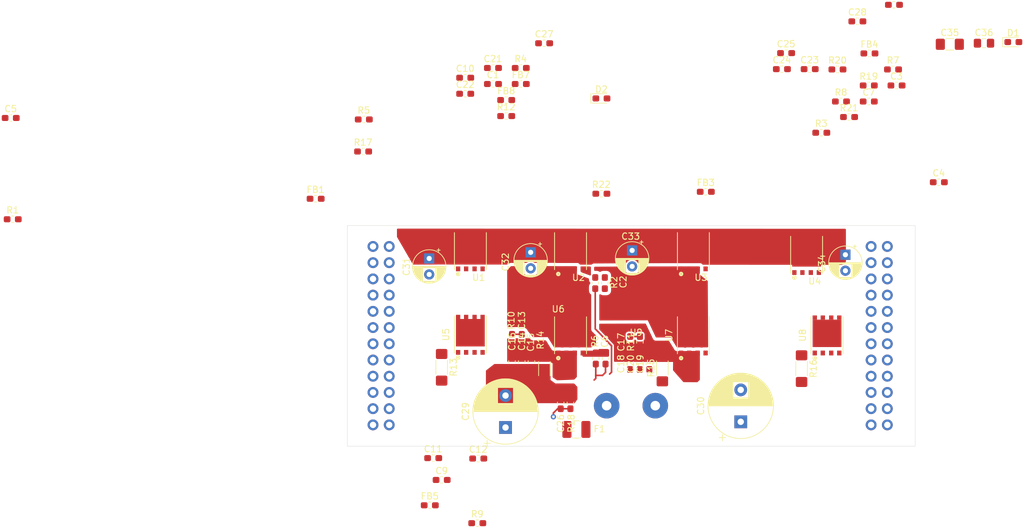
<source format=kicad_pcb>
(kicad_pcb (version 20171130) (host pcbnew "(5.1.5)-3")
  (layers (0 F.Cu signal) (1 In1.Cu signal) (2 In2.Cu signal) (31 B.Cu signal) (34 B.Paste user) (35 F.Paste user) (36 B.SilkS user) (37 F.SilkS user hide) (38 B.Mask user) (39 F.Mask user) (44 Edge.Cuts user))
  (net 0 "")
  (net 1 "Net-(C1-Pad2)")
  (net 2 "Net-(C1-Pad1)")
  (net 3 "Net-(C2-Pad1)")
  (net 4 "Net-(C3-Pad2)")
  (net 5 "Net-(C3-Pad1)")
  (net 6 /AISENN)
  (net 7 GND)
  (net 8 "Net-(C8-Pad2)")
  (net 9 "Net-(C8-Pad1)")
  (net 10 "Net-(C9-Pad2)")
  (net 11 "Net-(C10-Pad2)")
  (net 12 /BISENN)
  (net 13 /VDRAIN)
  (net 14 "Net-(C17-Pad2)")
  (net 15 "Net-(C17-Pad1)")
  (net 16 /CISENN)
  (net 17 /DISENN)
  (net 18 "Net-(D1-Pad2)")
  (net 19 "Net-(D2-Pad2)")
  (net 20 VCC)
  (net 21 /AHG)
  (net 22 /ALG)
  (net 23 /BHG)
  (net 24 /BLG)
  (net 25 /CHG)
  (net 26 /CLG)
  (net 27 /DHG)
  (net 28 /DLG)
  (net 29 /A)
  (net 30 /B)
  (net 31 /C)
  (net 32 /D)
  (net 33 "Net-(U9-Pad5)")
  (net 34 "Net-(U9-Pad6)")
  (net 35 "Net-(U9-Pad7)")
  (net 36 "Net-(C4-Pad2)")
  (net 37 "Net-(C4-Pad1)")
  (net 38 "Net-(C5-Pad2)")
  (net 39 "Net-(C5-Pad1)")
  (net 40 "Net-(C6-Pad1)")
  (net 41 "Net-(C7-Pad2)")
  (net 42 "Net-(C7-Pad1)")
  (net 43 "Net-(C13-Pad2)")
  (net 44 "Net-(C13-Pad1)")
  (net 45 "Net-(C21-Pad2)")
  (net 46 "Net-(C21-Pad1)")
  (net 47 "Net-(C25-Pad2)")
  (net 48 "Net-(U9-Pad37)")
  (net 49 "Net-(U9-Pad39)")
  (net 50 "Net-(U9-Pad41)")
  (net 51 "Net-(U9-Pad36)")
  (net 52 "Net-(U9-Pad47)")
  (net 53 "Net-(U9-Pad43)")
  (net 54 "Net-(U9-Pad33)")
  (net 55 "Net-(U9-Pad48)")
  (net 56 "Net-(U9-Pad46)")
  (net 57 "Net-(U9-Pad26)")
  (net 58 "Net-(U9-Pad40)")
  (net 59 "Net-(U9-Pad32)")
  (net 60 "Net-(U9-Pad31)")
  (net 61 "Net-(U9-Pad29)")
  (net 62 "Net-(U9-Pad27)")
  (net 63 "Net-(U9-Pad25)")
  (net 64 "Net-(U9-Pad35)")
  (net 65 "Net-(U9-Pad45)")
  (net 66 "Net-(U9-Pad42)")
  (net 67 "Net-(U9-Pad30)")
  (net 68 "Net-(U9-Pad38)")
  (net 69 "Net-(U9-Pad34)")
  (net 70 "Net-(U9-Pad28)")
  (net 71 "Net-(U9-Pad44)")
  (net 72 "Net-(U9-Pad24)")
  (net 73 "Net-(U9-Pad23)")
  (net 74 "Net-(U9-Pad22)")
  (net 75 "Net-(U9-Pad21)")
  (net 76 "Net-(U9-Pad20)")
  (net 77 "Net-(U9-Pad19)")
  (net 78 "Net-(U9-Pad18)")
  (net 79 "Net-(U9-Pad17)")
  (net 80 "Net-(U9-Pad16)")
  (net 81 "Net-(U9-Pad15)")
  (net 82 "Net-(U9-Pad14)")
  (net 83 "Net-(U9-Pad13)")
  (net 84 "Net-(U9-Pad12)")
  (net 85 "Net-(U9-Pad11)")
  (net 86 "Net-(U9-Pad10)")
  (net 87 "Net-(U9-Pad9)")
  (net 88 "Net-(U9-Pad8)")
  (net 89 "Net-(U9-Pad4)")
  (net 90 "Net-(U9-Pad3)")
  (net 91 "Net-(U9-Pad2)")
  (net 92 "Net-(U9-Pad1)")
  (net 93 "Net-(D2-Pad1)")
  (module sDrive_Carriers:PowerStage_Carrier_L (layer F.Cu) (at 217 79.769)
    (fp_text reference U9 (at -1.1 -0.013) (layer F.SilkS))
    (fp_text value PowerStage_L)
    (pad 50 thru_hole circle (at 1.905 11.43) (size 4 4) (drill 1.5) (layers *.Cu *.Mask) (net 7 GND))
    (pad 49 thru_hole circle (at -5.715 11.43) (size 4 4) (drill 1.5) (layers *.Cu *.Mask) (net 20 VCC))
    (pad 37 thru_hole circle (at 35.7 1.74) (size 1.7 1.7) (drill 1) (layers *.Cu *.Mask) (net 48 "Net-(U9-Pad37)"))
    (pad 39 thru_hole circle (at 35.7 4.28) (size 1.7 1.7) (drill 1) (layers *.Cu *.Mask) (net 49 "Net-(U9-Pad39)"))
    (pad 41 thru_hole circle (at 35.7 6.82) (size 1.7 1.7) (drill 1) (layers *.Cu *.Mask) (net 50 "Net-(U9-Pad41)"))
    (pad 36 thru_hole circle (at 38.24 -0.8) (size 1.7 1.7) (drill 1) (layers *.Cu *.Mask) (net 51 "Net-(U9-Pad36)"))
    (pad 47 thru_hole circle (at 35.7 14.44) (size 1.7 1.7) (drill 1) (layers *.Cu *.Mask) (net 52 "Net-(U9-Pad47)"))
    (pad 43 thru_hole circle (at 35.7 9.36) (size 1.7 1.7) (drill 1) (layers *.Cu *.Mask) (net 53 "Net-(U9-Pad43)"))
    (pad 33 thru_hole circle (at 35.7 -3.34) (size 1.7 1.7) (drill 1) (layers *.Cu *.Mask) (net 54 "Net-(U9-Pad33)"))
    (pad 48 thru_hole circle (at 38.24 14.44) (size 1.7 1.7) (drill 1) (layers *.Cu *.Mask) (net 55 "Net-(U9-Pad48)"))
    (pad 46 thru_hole circle (at 38.24 11.9) (size 1.7 1.7) (drill 1) (layers *.Cu *.Mask) (net 56 "Net-(U9-Pad46)"))
    (pad 26 thru_hole circle (at 38.24 -13.5) (size 1.7 1.7) (drill 1) (layers *.Cu *.Mask) (net 57 "Net-(U9-Pad26)"))
    (pad 40 thru_hole circle (at 38.24 4.28) (size 1.7 1.7) (drill 1) (layers *.Cu *.Mask) (net 58 "Net-(U9-Pad40)"))
    (pad 32 thru_hole circle (at 38.24 -5.88) (size 1.7 1.7) (drill 1) (layers *.Cu *.Mask) (net 59 "Net-(U9-Pad32)"))
    (pad 31 thru_hole circle (at 35.7 -5.88) (size 1.7 1.7) (drill 1) (layers *.Cu *.Mask) (net 60 "Net-(U9-Pad31)"))
    (pad 29 thru_hole circle (at 35.7 -8.42) (size 1.7 1.7) (drill 1) (layers *.Cu *.Mask) (net 61 "Net-(U9-Pad29)"))
    (pad 27 thru_hole circle (at 35.7 -10.96) (size 1.7 1.7) (drill 1) (layers *.Cu *.Mask) (net 62 "Net-(U9-Pad27)"))
    (pad 25 thru_hole circle (at 35.7 -13.5) (size 1.7 1.7) (drill 1) (layers *.Cu *.Mask) (net 63 "Net-(U9-Pad25)"))
    (pad 35 thru_hole circle (at 35.7 -0.8) (size 1.7 1.7) (drill 1) (layers *.Cu *.Mask) (net 64 "Net-(U9-Pad35)"))
    (pad 45 thru_hole circle (at 35.7 11.9) (size 1.7 1.7) (drill 1) (layers *.Cu *.Mask) (net 65 "Net-(U9-Pad45)"))
    (pad 42 thru_hole circle (at 38.24 6.82) (size 1.7 1.7) (drill 1) (layers *.Cu *.Mask) (net 66 "Net-(U9-Pad42)"))
    (pad 30 thru_hole circle (at 38.24 -8.42) (size 1.7 1.7) (drill 1) (layers *.Cu *.Mask) (net 67 "Net-(U9-Pad30)"))
    (pad 38 thru_hole circle (at 38.24 1.74) (size 1.7 1.7) (drill 1) (layers *.Cu *.Mask) (net 68 "Net-(U9-Pad38)"))
    (pad 34 thru_hole circle (at 38.24 -3.34) (size 1.7 1.7) (drill 1) (layers *.Cu *.Mask) (net 69 "Net-(U9-Pad34)"))
    (pad 28 thru_hole circle (at 38.24 -10.96) (size 1.7 1.7) (drill 1) (layers *.Cu *.Mask) (net 70 "Net-(U9-Pad28)"))
    (pad 44 thru_hole circle (at 38.24 9.36) (size 1.7 1.7) (drill 1) (layers *.Cu *.Mask) (net 71 "Net-(U9-Pad44)"))
    (pad 24 thru_hole circle (at -39.76 14.44) (size 1.7 1.7) (drill 1) (layers *.Cu *.Mask) (net 72 "Net-(U9-Pad24)"))
    (pad 23 thru_hole circle (at -42.3 14.44) (size 1.7 1.7) (drill 1) (layers *.Cu *.Mask) (net 73 "Net-(U9-Pad23)"))
    (pad 22 thru_hole circle (at -39.76 11.9) (size 1.7 1.7) (drill 1) (layers *.Cu *.Mask) (net 74 "Net-(U9-Pad22)"))
    (pad 21 thru_hole circle (at -42.3 11.9) (size 1.7 1.7) (drill 1) (layers *.Cu *.Mask) (net 75 "Net-(U9-Pad21)"))
    (pad 20 thru_hole circle (at -39.76 9.36) (size 1.7 1.7) (drill 1) (layers *.Cu *.Mask) (net 76 "Net-(U9-Pad20)"))
    (pad 19 thru_hole circle (at -42.3 9.36) (size 1.7 1.7) (drill 1) (layers *.Cu *.Mask) (net 77 "Net-(U9-Pad19)"))
    (pad 18 thru_hole circle (at -39.76 6.82) (size 1.7 1.7) (drill 1) (layers *.Cu *.Mask) (net 78 "Net-(U9-Pad18)"))
    (pad 17 thru_hole circle (at -42.3 6.82) (size 1.7 1.7) (drill 1) (layers *.Cu *.Mask) (net 79 "Net-(U9-Pad17)"))
    (pad 16 thru_hole circle (at -39.76 4.28) (size 1.7 1.7) (drill 1) (layers *.Cu *.Mask) (net 80 "Net-(U9-Pad16)"))
    (pad 15 thru_hole circle (at -42.3 4.28) (size 1.7 1.7) (drill 1) (layers *.Cu *.Mask) (net 81 "Net-(U9-Pad15)"))
    (pad 14 thru_hole circle (at -39.76 1.74) (size 1.7 1.7) (drill 1) (layers *.Cu *.Mask) (net 82 "Net-(U9-Pad14)"))
    (pad 13 thru_hole circle (at -42.3 1.74) (size 1.7 1.7) (drill 1) (layers *.Cu *.Mask) (net 83 "Net-(U9-Pad13)"))
    (pad 12 thru_hole circle (at -39.76 -0.8) (size 1.7 1.7) (drill 1) (layers *.Cu *.Mask) (net 84 "Net-(U9-Pad12)"))
    (pad 11 thru_hole circle (at -42.3 -0.8) (size 1.7 1.7) (drill 1) (layers *.Cu *.Mask) (net 85 "Net-(U9-Pad11)"))
    (pad 10 thru_hole circle (at -39.76 -3.34) (size 1.7 1.7) (drill 1) (layers *.Cu *.Mask) (net 86 "Net-(U9-Pad10)"))
    (pad 9 thru_hole circle (at -42.3 -3.34) (size 1.7 1.7) (drill 1) (layers *.Cu *.Mask) (net 87 "Net-(U9-Pad9)"))
    (pad 8 thru_hole circle (at -39.76 -5.88) (size 1.7 1.7) (drill 1) (layers *.Cu *.Mask) (net 88 "Net-(U9-Pad8)"))
    (pad 7 thru_hole circle (at -42.3 -5.88) (size 1.7 1.7) (drill 1) (layers *.Cu *.Mask) (net 35 "Net-(U9-Pad7)"))
    (pad 6 thru_hole circle (at -39.76 -8.42) (size 1.7 1.7) (drill 1) (layers *.Cu *.Mask) (net 34 "Net-(U9-Pad6)"))
    (pad 5 thru_hole circle (at -42.3 -8.42) (size 1.7 1.7) (drill 1) (layers *.Cu *.Mask) (net 33 "Net-(U9-Pad5)"))
    (pad 4 thru_hole circle (at -39.76 -10.96) (size 1.7 1.7) (drill 1) (layers *.Cu *.Mask) (net 89 "Net-(U9-Pad4)"))
    (pad 3 thru_hole circle (at -42.3 -10.96) (size 1.7 1.7) (drill 1) (layers *.Cu *.Mask) (net 90 "Net-(U9-Pad3)"))
    (pad 2 thru_hole circle (at -39.76 -13.5) (size 1.7 1.7) (drill 1) (layers *.Cu *.Mask) (net 91 "Net-(U9-Pad2)"))
    (pad 1 thru_hole circle (at -42.3 -13.5) (size 1.7 1.7) (drill 1) (layers *.Cu *.Mask) (net 92 "Net-(U9-Pad1)"))
  )
  (module Capacitor_THT:CP_Radial_D5.0mm_P2.50mm (layer F.Cu) (at 248.675 67.565 270)
    (fp_text reference C34 (at 1.397 3.683 90) (layer F.SilkS))
    (fp_text value CP)
    (pad 2 thru_hole circle (at 2.5 0 270) (size 1.6 1.6) (drill 0.8) (layers *.Cu *.Mask) (net 7 GND))
    (pad 1 thru_hole rect (at 0 0 270) (size 1.6 1.6) (drill 0.8) (layers *.Cu *.Mask) (net 13 /VDRAIN))
  )
  (module Custom_Mosfet:MOSFET_CSD19531Q5A (layer F.Cu) (at 245.795 80.17625 90)
    (fp_text reference U8 (at 0.00001 -3.81563 90) (layer F.SilkS) (effects (font (size 1.00148 1.00148))))
    (fp_text value VSON8_Nexfet)
    (pad 4 smd rect (at -2.77625 1.9175 90) (size 0.75 0.675) (layers F.Cu F.Mask) (net 9 "Net-(C8-Pad1)"))
    (pad 5 smd rect (at 2.77625 1.9175 90) (size 0.655 0.675) (layers F.Cu F.Mask) (net 32 /D))
    (pad 9 smd rect (at 0.30125 0 90) (size 4.295 4.51) (layers F.Cu F.Mask) (net 32 /D))
    (pad 6 smd rect (at 2.77625 0.66 90) (size 0.655 0.675) (layers F.Cu F.Mask) (net 32 /D))
    (pad 7 smd rect (at 2.77625 -0.66 90) (size 0.655 0.675) (layers F.Cu F.Mask) (net 32 /D))
    (pad 8 smd rect (at 2.77625 -1.9175 90) (size 0.655 0.675) (layers F.Cu F.Mask) (net 32 /D))
    (pad 3 smd rect (at -2.77625 0.66 90) (size 0.75 0.675) (layers F.Cu F.Mask) (net 46 "Net-(C21-Pad1)"))
    (pad 2 smd rect (at -2.77625 -0.66 90) (size 0.75 0.675) (layers F.Cu F.Mask) (net 46 "Net-(C21-Pad1)"))
    (pad 1 smd rect (at -2.77625 -1.9175 90) (size 0.75 0.675) (layers F.Cu F.Mask) (net 46 "Net-(C21-Pad1)"))
  )
  (module Custom_Mosfet:MOSFET_CSD19531Q5A (layer F.Cu) (at 242.6 67.57625 90)
    (fp_text reference U4 (at -4.12925 1.269) (layer F.SilkS) (effects (font (size 1.00148 1.00148))))
    (fp_text value VSON8_Nexfet)
    (pad 1 smd rect (at -2.77625 -1.9175 90) (size 0.75 0.675) (layers F.Cu F.Mask) (net 32 /D))
    (pad 2 smd rect (at -2.77625 -0.66 90) (size 0.75 0.675) (layers F.Cu F.Mask) (net 32 /D))
    (pad 3 smd rect (at -2.77625 0.66 90) (size 0.75 0.675) (layers F.Cu F.Mask) (net 32 /D))
    (pad 8 smd rect (at 2.77625 -1.9175 90) (size 0.655 0.675) (layers F.Cu F.Mask) (net 13 /VDRAIN))
    (pad 7 smd rect (at 2.77625 -0.66 90) (size 0.655 0.675) (layers F.Cu F.Mask) (net 13 /VDRAIN))
    (pad 6 smd rect (at 2.77625 0.66 90) (size 0.655 0.675) (layers F.Cu F.Mask) (net 13 /VDRAIN))
    (pad 9 smd rect (at 0.30125 0 90) (size 4.295 4.51) (layers F.Cu F.Mask) (net 13 /VDRAIN))
    (pad 5 smd rect (at 2.77625 1.9175 90) (size 0.655 0.675) (layers F.Cu F.Mask) (net 13 /VDRAIN))
    (pad 4 smd rect (at -2.77625 1.9175 90) (size 0.75 0.675) (layers F.Cu F.Mask) (net 37 "Net-(C4-Pad1)"))
  )
  (module Custom_Mosfet:MOSFET_CSD19531Q5A (layer F.Cu) (at 224.865 80.17625 90)
    (fp_text reference U7 (at 0.00001 -3.81563 90) (layer F.SilkS) (effects (font (size 1.00148 1.00148))))
    (fp_text value VSON8_Nexfet)
    (pad 4 smd rect (at -2.77625 1.9175 90) (size 0.75 0.675) (layers F.Cu F.Mask) (net 42 "Net-(C7-Pad1)"))
    (pad 5 smd rect (at 2.77625 1.9175 90) (size 0.655 0.675) (layers F.Cu F.Mask) (net 31 /C))
    (pad 9 smd rect (at 0.30125 0 90) (size 4.295 4.51) (layers F.Cu F.Mask) (net 31 /C))
    (pad 6 smd rect (at 2.77625 0.66 90) (size 0.655 0.675) (layers F.Cu F.Mask) (net 31 /C))
    (pad 7 smd rect (at 2.77625 -0.66 90) (size 0.655 0.675) (layers F.Cu F.Mask) (net 31 /C))
    (pad 8 smd rect (at 2.77625 -1.9175 90) (size 0.655 0.675) (layers F.Cu F.Mask) (net 31 /C))
    (pad 3 smd rect (at -2.77625 0.66 90) (size 0.75 0.675) (layers F.Cu F.Mask) (net 15 "Net-(C17-Pad1)"))
    (pad 2 smd rect (at -2.77625 -0.66 90) (size 0.75 0.675) (layers F.Cu F.Mask) (net 15 "Net-(C17-Pad1)"))
    (pad 1 smd rect (at -2.77625 -1.9175 90) (size 0.75 0.675) (layers F.Cu F.Mask) (net 15 "Net-(C17-Pad1)"))
  )
  (module Custom_Mosfet:MOSFET_CSD19531Q5A (layer F.Cu) (at 224.865 67 90)
    (fp_text reference U3 (at -4.12925 1.195 180) (layer F.SilkS) (effects (font (size 1.00148 1.00148))))
    (fp_text value VSON8_Nexfet)
    (pad 1 smd rect (at -2.77625 -1.9175 90) (size 0.75 0.675) (layers F.Cu F.Mask) (net 31 /C))
    (pad 2 smd rect (at -2.77625 -0.66 90) (size 0.75 0.675) (layers F.Cu F.Mask) (net 31 /C))
    (pad 3 smd rect (at -2.77625 0.66 90) (size 0.75 0.675) (layers F.Cu F.Mask) (net 31 /C))
    (pad 8 smd rect (at 2.77625 -1.9175 90) (size 0.655 0.675) (layers F.Cu F.Mask) (net 13 /VDRAIN))
    (pad 7 smd rect (at 2.77625 -0.66 90) (size 0.655 0.675) (layers F.Cu F.Mask) (net 13 /VDRAIN))
    (pad 6 smd rect (at 2.77625 0.66 90) (size 0.655 0.675) (layers F.Cu F.Mask) (net 13 /VDRAIN))
    (pad 9 smd rect (at 0.30125 0 90) (size 4.295 4.51) (layers F.Cu F.Mask) (net 13 /VDRAIN))
    (pad 5 smd rect (at 2.77625 1.9175 90) (size 0.655 0.675) (layers F.Cu F.Mask) (net 13 /VDRAIN))
    (pad 4 smd rect (at -2.77625 1.9175 90) (size 0.75 0.675) (layers F.Cu F.Mask) (net 5 "Net-(C3-Pad1)"))
  )
  (module Custom_Mosfet:MOSFET_CSD19531Q5A (layer F.Cu) (at 205.635 80.17625 90)
    (fp_text reference U6 (at 4.10325 -1.927) (layer F.SilkS) (effects (font (size 1.00148 1.00148))))
    (fp_text value VSON8_Nexfet)
    (pad 1 smd rect (at -2.77625 -1.9175 90) (size 0.75 0.675) (layers F.Cu F.Mask) (net 44 "Net-(C13-Pad1)"))
    (pad 2 smd rect (at -2.77625 -0.66 90) (size 0.75 0.675) (layers F.Cu F.Mask) (net 44 "Net-(C13-Pad1)"))
    (pad 3 smd rect (at -2.77625 0.66 90) (size 0.75 0.675) (layers F.Cu F.Mask) (net 44 "Net-(C13-Pad1)"))
    (pad 8 smd rect (at 2.77625 -1.9175 90) (size 0.655 0.675) (layers F.Cu F.Mask) (net 30 /B))
    (pad 7 smd rect (at 2.77625 -0.66 90) (size 0.655 0.675) (layers F.Cu F.Mask) (net 30 /B))
    (pad 6 smd rect (at 2.77625 0.66 90) (size 0.655 0.675) (layers F.Cu F.Mask) (net 30 /B))
    (pad 9 smd rect (at 0.30125 0 90) (size 4.295 4.51) (layers F.Cu F.Mask) (net 30 /B))
    (pad 5 smd rect (at 2.77625 1.9175 90) (size 0.655 0.675) (layers F.Cu F.Mask) (net 30 /B))
    (pad 4 smd rect (at -2.77625 1.9175 90) (size 0.75 0.675) (layers F.Cu F.Mask) (net 40 "Net-(C6-Pad1)"))
  )
  (module Custom_Mosfet:MOSFET_CSD19531Q5A (layer F.Cu) (at 205.635 67 90)
    (fp_text reference U2 (at -4.147 1.248) (layer F.SilkS) (effects (font (size 1.00148 1.00148))))
    (fp_text value VSON8_Nexfet)
    (pad 1 smd rect (at -2.77625 -1.9175 90) (size 0.75 0.675) (layers F.Cu F.Mask) (net 30 /B))
    (pad 2 smd rect (at -2.77625 -0.66 90) (size 0.75 0.675) (layers F.Cu F.Mask) (net 30 /B))
    (pad 3 smd rect (at -2.77625 0.66 90) (size 0.75 0.675) (layers F.Cu F.Mask) (net 30 /B))
    (pad 8 smd rect (at 2.77625 -1.9175 90) (size 0.655 0.675) (layers F.Cu F.Mask) (net 13 /VDRAIN))
    (pad 7 smd rect (at 2.77625 -0.66 90) (size 0.655 0.675) (layers F.Cu F.Mask) (net 13 /VDRAIN))
    (pad 6 smd rect (at 2.77625 0.66 90) (size 0.655 0.675) (layers F.Cu F.Mask) (net 13 /VDRAIN))
    (pad 9 smd rect (at 0.30125 0 90) (size 4.295 4.51) (layers F.Cu F.Mask) (net 13 /VDRAIN))
    (pad 5 smd rect (at 2.77625 1.9175 90) (size 0.655 0.675) (layers F.Cu F.Mask) (net 13 /VDRAIN))
    (pad 4 smd rect (at -2.77625 1.9175 90) (size 0.75 0.675) (layers F.Cu F.Mask) (net 3 "Net-(C2-Pad1)"))
  )
  (module Custom_Mosfet:MOSFET_CSD19531Q5A (layer F.Cu) (at 189.945 80.07625 90)
    (fp_text reference U5 (at 0.00001 -3.81563 90) (layer F.SilkS) (effects (font (size 1.00148 1.00148))))
    (fp_text value VSON8_Nexfet)
    (pad 1 smd rect (at -2.77625 -1.9175 90) (size 0.75 0.675) (layers F.Cu F.Mask) (net 11 "Net-(C10-Pad2)"))
    (pad 2 smd rect (at -2.77625 -0.66 90) (size 0.75 0.675) (layers F.Cu F.Mask) (net 11 "Net-(C10-Pad2)"))
    (pad 3 smd rect (at -2.77625 0.66 90) (size 0.75 0.675) (layers F.Cu F.Mask) (net 11 "Net-(C10-Pad2)"))
    (pad 8 smd rect (at 2.77625 -1.9175 90) (size 0.655 0.675) (layers F.Cu F.Mask) (net 29 /A))
    (pad 7 smd rect (at 2.77625 -0.66 90) (size 0.655 0.675) (layers F.Cu F.Mask) (net 29 /A))
    (pad 6 smd rect (at 2.77625 0.66 90) (size 0.655 0.675) (layers F.Cu F.Mask) (net 29 /A))
    (pad 9 smd rect (at 0.30125 0 90) (size 4.295 4.51) (layers F.Cu F.Mask) (net 29 /A))
    (pad 5 smd rect (at 2.77625 1.9175 90) (size 0.655 0.675) (layers F.Cu F.Mask) (net 29 /A))
    (pad 4 smd rect (at -2.77625 1.9175 90) (size 0.75 0.675) (layers F.Cu F.Mask) (net 39 "Net-(C5-Pad1)"))
  )
  (module Custom_Mosfet:MOSFET_CSD19531Q5A (layer F.Cu) (at 189.945 67 90)
    (fp_text reference U1 (at -4.147 1.301 180) (layer F.SilkS) (effects (font (size 1.00148 1.00148))))
    (fp_text value VSON8_Nexfet)
    (pad 1 smd rect (at -2.77625 -1.9175 90) (size 0.75 0.675) (layers F.Cu F.Mask) (net 29 /A))
    (pad 2 smd rect (at -2.77625 -0.66 90) (size 0.75 0.675) (layers F.Cu F.Mask) (net 29 /A))
    (pad 3 smd rect (at -2.77625 0.66 90) (size 0.75 0.675) (layers F.Cu F.Mask) (net 29 /A))
    (pad 8 smd rect (at 2.77625 -1.9175 90) (size 0.655 0.675) (layers F.Cu F.Mask) (net 13 /VDRAIN))
    (pad 7 smd rect (at 2.77625 -0.66 90) (size 0.655 0.675) (layers F.Cu F.Mask) (net 13 /VDRAIN))
    (pad 6 smd rect (at 2.77625 0.66 90) (size 0.655 0.675) (layers F.Cu F.Mask) (net 13 /VDRAIN))
    (pad 9 smd rect (at 0.30125 0 90) (size 4.295 4.51) (layers F.Cu F.Mask) (net 13 /VDRAIN))
    (pad 5 smd rect (at 2.77625 1.9175 90) (size 0.655 0.675) (layers F.Cu F.Mask) (net 13 /VDRAIN))
    (pad 4 smd rect (at -2.77625 1.9175 90) (size 0.75 0.675) (layers F.Cu F.Mask) (net 2 "Net-(C1-Pad1)"))
  )
  (module Resistor_SMD:R_1806_4516Metric_Pad1.57x1.80mm_HandSolder (layer F.Cu) (at 241.808 85.3995 270)
    (fp_text reference R16 (at 0 -1.85 90) (layer F.SilkS))
    (fp_text value R)
    (pad 2 smd roundrect (at 2.0875 0 270) (size 1.575 1.8) (layers F.Cu F.Paste F.Mask) (roundrect_rratio 0.15873) (net 7 GND))
    (pad 1 smd roundrect (at -2.0875 0 270) (size 1.575 1.8) (layers F.Cu F.Paste F.Mask) (roundrect_rratio 0.15873) (net 46 "Net-(C21-Pad1)"))
  )
  (module Resistor_SMD:R_0603_1608Metric_Pad1.05x0.95mm_HandSolder (layer F.Cu) (at 247.428001 38.550001)
    (fp_text reference R20 (at 0 -1.43) (layer F.SilkS))
    (fp_text value R)
    (pad 2 smd roundrect (at 0.875 0) (size 1.05 0.95) (layers F.Cu F.Paste F.Mask) (net 17 /DISENN))
    (pad 1 smd roundrect (at -0.875 0) (size 1.05 0.95) (layers F.Cu F.Paste F.Mask) (net 7 GND))
  )
  (module Resistor_SMD:R_0603_1608Metric_Pad1.05x0.95mm_HandSolder (layer F.Cu) (at 195.555001 45.850001)
    (fp_text reference R12 (at 0 -1.43) (layer F.SilkS))
    (fp_text value R)
    (pad 2 smd roundrect (at 0.875 0) (size 1.05 0.95) (layers F.Cu F.Paste F.Mask) (net 45 "Net-(C21-Pad2)"))
    (pad 1 smd roundrect (at -0.875 0) (size 1.05 0.95) (layers F.Cu F.Paste F.Mask) (net 46 "Net-(C21-Pad1)"))
  )
  (module Resistor_SMD:R_0603_1608Metric_Pad1.05x0.95mm_HandSolder (layer F.Cu) (at 247.978001 43.570001)
    (fp_text reference R8 (at 0 -1.43) (layer F.SilkS))
    (fp_text value R)
    (pad 2 smd roundrect (at 0.875 0) (size 1.05 0.95) (layers F.Cu F.Paste F.Mask) (net 28 /DLG))
    (pad 1 smd roundrect (at -0.875 0) (size 1.05 0.95) (layers F.Cu F.Paste F.Mask) (net 9 "Net-(C8-Pad1)"))
  )
  (module Resistor_SMD:R_0603_1608Metric_Pad1.05x0.95mm_HandSolder (layer F.Cu) (at 197.835001 38.320001)
    (fp_text reference R4 (at 0 -1.43) (layer F.SilkS))
    (fp_text value R)
    (pad 2 smd roundrect (at 0.875 0) (size 1.05 0.95) (layers F.Cu F.Paste F.Mask) (net 27 /DHG))
    (pad 1 smd roundrect (at -0.875 0) (size 1.05 0.95) (layers F.Cu F.Paste F.Mask) (net 37 "Net-(C4-Pad1)"))
  )
  (module Resistor_SMD:R_1806_4516Metric_Pad1.57x1.80mm_HandSolder (layer F.Cu) (at 220.011 85.2987 270)
    (fp_text reference R15 (at 0 1.778 90) (layer F.SilkS))
    (fp_text value R)
    (pad 1 smd roundrect (at -2.0875 0 270) (size 1.575 1.8) (layers F.Cu F.Paste F.Mask) (roundrect_rratio 0.15873) (net 15 "Net-(C17-Pad1)"))
    (pad 2 smd roundrect (at 2.0875 0 270) (size 1.575 1.8) (layers F.Cu F.Paste F.Mask) (roundrect_rratio 0.15873) (net 7 GND))
  )
  (module Resistor_SMD:R_0603_1608Metric_Pad1.05x0.95mm_HandSolder (layer F.Cu) (at 252.328001 41.060001)
    (fp_text reference R19 (at 0 -1.43) (layer F.SilkS))
    (fp_text value R)
    (pad 2 smd roundrect (at 0.875 0) (size 1.05 0.95) (layers F.Cu F.Paste F.Mask) (net 16 /CISENN))
    (pad 1 smd roundrect (at -0.875 0) (size 1.05 0.95) (layers F.Cu F.Paste F.Mask) (net 7 GND))
  )
  (module Resistor_SMD:R_0603_1608Metric_Pad1.05x0.95mm_HandSolder (layer F.Cu) (at 216.5 81.25 90)
    (fp_text reference R11 (at 0 -1.43 90) (layer F.SilkS))
    (fp_text value R)
    (pad 2 smd roundrect (at 0.875 0 90) (size 1.05 0.95) (layers F.Cu F.Paste F.Mask) (net 14 "Net-(C17-Pad2)"))
    (pad 1 smd roundrect (at -0.875 0 90) (size 1.05 0.95) (layers F.Cu F.Paste F.Mask) (net 15 "Net-(C17-Pad1)"))
  )
  (module Resistor_SMD:R_0603_1608Metric_Pad1.05x0.95mm_HandSolder (layer F.Cu) (at 256.128001 38.550001)
    (fp_text reference R7 (at 0 -1.43) (layer F.SilkS))
    (fp_text value R)
    (pad 2 smd roundrect (at 0.875 0) (size 1.05 0.95) (layers F.Cu F.Paste F.Mask) (net 26 /CLG))
    (pad 1 smd roundrect (at -0.875 0) (size 1.05 0.95) (layers F.Cu F.Paste F.Mask) (net 42 "Net-(C7-Pad1)"))
  )
  (module Resistor_SMD:R_0603_1608Metric_Pad1.05x0.95mm_HandSolder (layer F.Cu) (at 244.895001 48.460001)
    (fp_text reference R3 (at 0 -1.43) (layer F.SilkS))
    (fp_text value R)
    (pad 2 smd roundrect (at 0.875 0) (size 1.05 0.95) (layers F.Cu F.Paste F.Mask) (net 25 /CHG))
    (pad 1 smd roundrect (at -0.875 0) (size 1.05 0.95) (layers F.Cu F.Paste F.Mask) (net 5 "Net-(C3-Pad1)"))
  )
  (module Resistor_SMD:R_0603_1608Metric_Pad1.05x0.95mm_HandSolder (layer F.Cu) (at 210.46 58.01)
    (fp_text reference R22 (at 0 -1.43) (layer F.SilkS))
    (fp_text value R)
    (pad 2 smd roundrect (at 0.875 0) (size 1.05 0.95) (layers F.Cu F.Paste F.Mask) (net 13 /VDRAIN))
    (pad 1 smd roundrect (at -0.875 0) (size 1.05 0.95) (layers F.Cu F.Paste F.Mask) (net 19 "Net-(D2-Pad2)"))
  )
  (module Resistor_SMD:R_1806_4516Metric_Pad1.57x1.80mm_HandSolder (layer F.Cu) (at 201.549 85.3995 270)
    (fp_text reference R14 (at -4.457 0.626 90) (layer F.SilkS))
    (fp_text value R)
    (pad 2 smd roundrect (at 2.0875 0 270) (size 1.575 1.8) (layers F.Cu F.Paste F.Mask) (roundrect_rratio 0.15873) (net 7 GND))
    (pad 1 smd roundrect (at -2.0875 0 270) (size 1.575 1.8) (layers F.Cu F.Paste F.Mask) (roundrect_rratio 0.15873) (net 44 "Net-(C13-Pad1)"))
  )
  (module Resistor_SMD:R_0603_1608Metric_Pad1.05x0.95mm_HandSolder (layer F.Cu) (at 205.613 90.805 270)
    (fp_text reference R18 (at 3.175 -0.127 90) (layer F.SilkS))
    (fp_text value R)
    (pad 2 smd roundrect (at 0.875 0 270) (size 1.05 0.95) (layers F.Cu F.Paste F.Mask) (net 12 /BISENN))
    (pad 1 smd roundrect (at -0.875 0 270) (size 1.05 0.95) (layers F.Cu F.Paste F.Mask) (net 7 GND))
  )
  (module Resistor_SMD:R_0603_1608Metric_Pad1.05x0.95mm_HandSolder (layer F.Cu) (at 249.245001 46.000001)
    (fp_text reference R21 (at 0 -1.43) (layer F.SilkS))
    (fp_text value R)
    (pad 2 smd roundrect (at 0.875 0) (size 1.05 0.95) (layers F.Cu F.Paste F.Mask) (net 20 VCC))
    (pad 1 smd roundrect (at -0.875 0) (size 1.05 0.95) (layers F.Cu F.Paste F.Mask) (net 18 "Net-(D1-Pad2)"))
  )
  (module Resistor_SMD:R_0603_1608Metric_Pad1.05x0.95mm_HandSolder (layer F.Cu) (at 196.469 80.899 90)
    (fp_text reference R10 (at 3.048 -0.127 90) (layer F.SilkS))
    (fp_text value R)
    (pad 2 smd roundrect (at 0.875 0 90) (size 1.05 0.95) (layers F.Cu F.Paste F.Mask) (net 43 "Net-(C13-Pad2)"))
    (pad 1 smd roundrect (at -0.875 0 90) (size 1.05 0.95) (layers F.Cu F.Paste F.Mask) (net 44 "Net-(C13-Pad1)"))
  )
  (module Resistor_SMD:R_0603_1608Metric_Pad1.05x0.95mm_HandSolder (layer F.Cu) (at 209.586 83.806 270)
    (fp_text reference R6 (at -2.681 0.127 90) (layer F.SilkS))
    (fp_text value R)
    (pad 2 smd roundrect (at 0.875 0 270) (size 1.05 0.95) (layers F.Cu F.Paste F.Mask) (net 24 /BLG))
    (pad 1 smd roundrect (at -0.875 0 270) (size 1.05 0.95) (layers F.Cu F.Paste F.Mask) (net 40 "Net-(C6-Pad1)"))
  )
  (module Resistor_SMD:R_0603_1608Metric_Pad1.05x0.95mm_HandSolder (layer F.Cu) (at 209.5 72 270)
    (fp_text reference R2 (at -0.1 -2.93 90) (layer F.SilkS))
    (fp_text value R)
    (pad 2 smd roundrect (at 0.875 0 270) (size 1.05 0.95) (layers F.Cu F.Paste F.Mask) (net 23 /BHG))
    (pad 1 smd roundrect (at -0.875 0 270) (size 1.05 0.95) (layers F.Cu F.Paste F.Mask) (net 3 "Net-(C2-Pad1)"))
  )
  (module Resistor_SMD:R_1806_4516Metric_Pad1.57x1.80mm_HandSolder (layer F.Cu) (at 185.4454 85.1916 270)
    (fp_text reference R13 (at 0 -1.85 90) (layer F.SilkS))
    (fp_text value R)
    (pad 2 smd roundrect (at 2.0875 0 270) (size 1.575 1.8) (layers F.Cu F.Paste F.Mask) (roundrect_rratio 0.15873) (net 7 GND))
    (pad 1 smd roundrect (at -2.0875 0 270) (size 1.575 1.8) (layers F.Cu F.Paste F.Mask) (roundrect_rratio 0.15873) (net 11 "Net-(C10-Pad2)"))
  )
  (module Resistor_SMD:R_0603_1608Metric_Pad1.05x0.95mm_HandSolder (layer F.Cu) (at 173.148001 51.400001)
    (fp_text reference R17 (at 0 -1.43) (layer F.SilkS))
    (fp_text value R)
    (pad 2 smd roundrect (at 0.875 0) (size 1.05 0.95) (layers F.Cu F.Paste F.Mask) (net 6 /AISENN))
    (pad 1 smd roundrect (at -0.875 0) (size 1.05 0.95) (layers F.Cu F.Paste F.Mask) (net 7 GND))
  )
  (module Resistor_SMD:R_0603_1608Metric_Pad1.05x0.95mm_HandSolder (layer F.Cu) (at 191.028001 109.600001)
    (fp_text reference R9 (at 0 -1.43) (layer F.SilkS))
    (fp_text value R)
    (pad 2 smd roundrect (at 0.875 0) (size 1.05 0.95) (layers F.Cu F.Paste F.Mask) (net 10 "Net-(C9-Pad2)"))
    (pad 1 smd roundrect (at -0.875 0) (size 1.05 0.95) (layers F.Cu F.Paste F.Mask) (net 11 "Net-(C10-Pad2)"))
  )
  (module Resistor_SMD:R_0603_1608Metric_Pad1.05x0.95mm_HandSolder (layer F.Cu) (at 173.258001 46.380001)
    (fp_text reference R5 (at 0 -1.43) (layer F.SilkS))
    (fp_text value R)
    (pad 2 smd roundrect (at 0.875 0) (size 1.05 0.95) (layers F.Cu F.Paste F.Mask) (net 22 /ALG))
    (pad 1 smd roundrect (at -0.875 0) (size 1.05 0.95) (layers F.Cu F.Paste F.Mask) (net 39 "Net-(C5-Pad1)"))
  )
  (module Resistor_SMD:R_0603_1608Metric_Pad1.05x0.95mm_HandSolder (layer F.Cu) (at 118.28 62.01)
    (fp_text reference R1 (at 0 -1.43) (layer F.SilkS))
    (fp_text value R)
    (pad 2 smd roundrect (at 0.875 0) (size 1.05 0.95) (layers F.Cu F.Paste F.Mask) (net 21 /AHG))
    (pad 1 smd roundrect (at -0.875 0) (size 1.05 0.95) (layers F.Cu F.Paste F.Mask) (net 2 "Net-(C1-Pad1)"))
  )
  (module Inductor_SMD:L_0603_1608Metric_Pad1.05x0.95mm_HandSolder (layer F.Cu) (at 195.555001 43.340001)
    (fp_text reference FB8 (at 0 -1.43) (layer F.SilkS))
    (fp_text value Ferrite_Bead)
    (pad 2 smd roundrect (at 0.875 0) (size 1.05 0.95) (layers F.Cu F.Paste F.Mask) (net 28 /DLG))
    (pad 1 smd roundrect (at -0.875 0) (size 1.05 0.95) (layers F.Cu F.Paste F.Mask) (net 8 "Net-(C8-Pad2)"))
  )
  (module Inductor_SMD:L_0603_1608Metric_Pad1.05x0.95mm_HandSolder (layer F.Cu) (at 252.438001 36.040001)
    (fp_text reference FB4 (at 0 -1.43) (layer F.SilkS))
    (fp_text value Ferrite_Bead)
    (pad 2 smd roundrect (at 0.875 0) (size 1.05 0.95) (layers F.Cu F.Paste F.Mask) (net 27 /DHG))
    (pad 1 smd roundrect (at -0.875 0) (size 1.05 0.95) (layers F.Cu F.Paste F.Mask) (net 36 "Net-(C4-Pad2)"))
  )
  (module Inductor_SMD:L_0603_1608Metric_Pad1.05x0.95mm_HandSolder (layer F.Cu) (at 197.835001 40.830001)
    (fp_text reference FB7 (at 0 -1.43) (layer F.SilkS))
    (fp_text value Ferrite_Bead)
    (pad 2 smd roundrect (at 0.875 0) (size 1.05 0.95) (layers F.Cu F.Paste F.Mask) (net 26 /CLG))
    (pad 1 smd roundrect (at -0.875 0) (size 1.05 0.95) (layers F.Cu F.Paste F.Mask) (net 41 "Net-(C7-Pad2)"))
  )
  (module Inductor_SMD:L_0603_1608Metric_Pad1.05x0.95mm_HandSolder (layer F.Cu) (at 226.81 57.71)
    (fp_text reference FB3 (at 0 -1.43) (layer F.SilkS))
    (fp_text value Ferrite_Bead)
    (pad 2 smd roundrect (at 0.875 0) (size 1.05 0.95) (layers F.Cu F.Paste F.Mask) (net 25 /CHG))
    (pad 1 smd roundrect (at -0.875 0) (size 1.05 0.95) (layers F.Cu F.Paste F.Mask) (net 4 "Net-(C3-Pad2)"))
  )
  (module Inductor_SMD:L_0603_1608Metric_Pad1.05x0.95mm_HandSolder (layer F.Cu) (at 183.59 106.8)
    (fp_text reference FB5 (at 0 -1.43) (layer F.SilkS))
    (fp_text value Ferrite_Bead)
    (pad 2 smd roundrect (at 0.875 0) (size 1.05 0.95) (layers F.Cu F.Paste F.Mask) (net 22 /ALG))
    (pad 1 smd roundrect (at -0.875 0) (size 1.05 0.95) (layers F.Cu F.Paste F.Mask) (net 38 "Net-(C5-Pad2)"))
  )
  (module Inductor_SMD:L_0603_1608Metric_Pad1.05x0.95mm_HandSolder (layer F.Cu) (at 165.715001 58.800001)
    (fp_text reference FB1 (at 0 -1.43) (layer F.SilkS))
    (fp_text value Ferrite_Bead)
    (pad 2 smd roundrect (at 0.875 0) (size 1.05 0.95) (layers F.Cu F.Paste F.Mask) (net 21 /AHG))
    (pad 1 smd roundrect (at -0.875 0) (size 1.05 0.95) (layers F.Cu F.Paste F.Mask) (net 1 "Net-(C1-Pad2)"))
  )
  (module Fuse:Fuse_1210_3225Metric_Pad1.42x2.65mm_HandSolder (layer F.Cu) (at 206.5528 94.9198)
    (fp_text reference F1 (at 3.6068 -0.0762) (layer F.SilkS))
    (fp_text value Fuse)
    (pad 2 smd roundrect (at 1.4875 0) (size 1.425 2.65) (layers F.Cu F.Paste F.Mask) (roundrect_rratio 0.175439) (net 20 VCC))
    (pad 1 smd roundrect (at -1.4875 0) (size 1.425 2.65) (layers F.Cu F.Paste F.Mask) (roundrect_rratio 0.175439) (net 13 /VDRAIN))
  )
  (module LED_SMD:LED_0603_1608Metric_Pad1.05x0.95mm_HandSolder (layer F.Cu) (at 210.47 43.09)
    (fp_text reference D2 (at 0 -1.43) (layer F.SilkS))
    (fp_text value LED)
    (pad 2 smd roundrect (at 0.875 0) (size 1.05 0.95) (layers F.Cu F.Paste F.Mask) (net 19 "Net-(D2-Pad2)"))
    (pad 1 smd roundrect (at -0.875 0) (size 1.05 0.95) (layers F.Cu F.Paste F.Mask) (net 93 "Net-(D2-Pad1)"))
  )
  (module LED_SMD:LED_0603_1608Metric_Pad1.05x0.95mm_HandSolder (layer F.Cu) (at 274.970001 34.260001)
    (fp_text reference D1 (at 0 -1.43) (layer F.SilkS))
    (fp_text value LED)
    (pad 2 smd roundrect (at 0.875 0) (size 1.05 0.95) (layers F.Cu F.Paste F.Mask) (net 18 "Net-(D1-Pad2)"))
    (pad 1 smd roundrect (at -0.875 0) (size 1.05 0.95) (layers F.Cu F.Paste F.Mask) (net 7 GND))
  )
  (module Capacitor_SMD:C_0603_1608Metric_Pad1.05x0.95mm_HandSolder (layer F.Cu) (at 238.728001 38.500001)
    (fp_text reference C24 (at 0 -1.43) (layer F.SilkS))
    (fp_text value C)
    (pad 2 smd roundrect (at 0.875 0) (size 1.05 0.95) (layers F.Cu F.Paste F.Mask) (net 46 "Net-(C21-Pad1)"))
    (pad 1 smd roundrect (at -0.875 0) (size 1.05 0.95) (layers F.Cu F.Paste F.Mask) (net 7 GND))
  )
  (module Capacitor_SMD:C_0603_1608Metric_Pad1.05x0.95mm_HandSolder (layer F.Cu) (at 243.078001 38.500001)
    (fp_text reference C23 (at 0 -1.43) (layer F.SilkS))
    (fp_text value C)
    (pad 2 smd roundrect (at 0.875 0) (size 1.05 0.95) (layers F.Cu F.Paste F.Mask) (net 46 "Net-(C21-Pad1)"))
    (pad 1 smd roundrect (at -0.875 0) (size 1.05 0.95) (layers F.Cu F.Paste F.Mask) (net 7 GND))
  )
  (module Capacitor_SMD:C_0603_1608Metric_Pad1.05x0.95mm_HandSolder (layer F.Cu) (at 189.135001 42.360001)
    (fp_text reference C22 (at 0 -1.43) (layer F.SilkS))
    (fp_text value C)
    (pad 2 smd roundrect (at 0.875 0) (size 1.05 0.95) (layers F.Cu F.Paste F.Mask) (net 46 "Net-(C21-Pad1)"))
    (pad 1 smd roundrect (at -0.875 0) (size 1.05 0.95) (layers F.Cu F.Paste F.Mask) (net 7 GND))
  )
  (module Capacitor_SMD:C_0603_1608Metric_Pad1.05x0.95mm_HandSolder (layer F.Cu) (at 250.548001 31.020001)
    (fp_text reference C28 (at 0 -1.43) (layer F.SilkS))
    (fp_text value C)
    (pad 2 smd roundrect (at 0.875 0) (size 1.05 0.95) (layers F.Cu F.Paste F.Mask) (net 17 /DISENN))
    (pad 1 smd roundrect (at -0.875 0) (size 1.05 0.95) (layers F.Cu F.Paste F.Mask) (net 7 GND))
  )
  (module Capacitor_SMD:C_0603_1608Metric_Pad1.05x0.95mm_HandSolder (layer F.Cu) (at 193.485001 38.320001)
    (fp_text reference C21 (at 0 -1.43) (layer F.SilkS))
    (fp_text value C)
    (pad 2 smd roundrect (at 0.875 0) (size 1.05 0.95) (layers F.Cu F.Paste F.Mask) (net 45 "Net-(C21-Pad2)"))
    (pad 1 smd roundrect (at -0.875 0) (size 1.05 0.95) (layers F.Cu F.Paste F.Mask) (net 46 "Net-(C21-Pad1)"))
  )
  (module Capacitor_SMD:C_0603_1608Metric_Pad1.05x0.95mm_HandSolder (layer F.Cu) (at 256.278001 28.430001)
    (fp_text reference C8 (at 0 -1.43) (layer F.SilkS))
    (fp_text value C)
    (pad 2 smd roundrect (at 0.875 0) (size 1.05 0.95) (layers F.Cu F.Paste F.Mask) (net 28 /DLG))
    (pad 1 smd roundrect (at -0.875 0) (size 1.05 0.95) (layers F.Cu F.Paste F.Mask) (net 9 "Net-(C8-Pad1)"))
  )
  (module Capacitor_SMD:C_0603_1608Metric_Pad1.05x0.95mm_HandSolder (layer F.Cu) (at 263.3 56.21)
    (fp_text reference C4 (at 0 -1.43) (layer F.SilkS))
    (fp_text value C)
    (pad 2 smd roundrect (at 0.875 0) (size 1.05 0.95) (layers F.Cu F.Paste F.Mask) (net 27 /DHG))
    (pad 1 smd roundrect (at -0.875 0) (size 1.05 0.95) (layers F.Cu F.Paste F.Mask) (net 37 "Net-(C4-Pad1)"))
  )
  (module Capacitor_SMD:C_0603_1608Metric_Pad1.05x0.95mm_HandSolder (layer F.Cu) (at 216.475 84.65 90)
    (fp_text reference C20 (at 0 -1.43 90) (layer F.SilkS))
    (fp_text value C)
    (pad 2 smd roundrect (at 0.875 0 90) (size 1.05 0.95) (layers F.Cu F.Paste F.Mask) (net 15 "Net-(C17-Pad1)"))
    (pad 1 smd roundrect (at -0.875 0 90) (size 1.05 0.95) (layers F.Cu F.Paste F.Mask) (net 7 GND))
  )
  (module Capacitor_SMD:C_0805_2012Metric_Pad1.15x1.40mm_HandSolder (layer F.Cu) (at 270.375001 34.440001)
    (fp_text reference C36 (at 0 -1.65) (layer F.SilkS))
    (fp_text value C)
    (pad 2 smd roundrect (at 1.025 0) (size 1.15 1.4) (layers F.Cu F.Paste F.Mask) (roundrect_rratio 0.217391) (net 7 GND))
    (pad 1 smd roundrect (at -1.025 0) (size 1.15 1.4) (layers F.Cu F.Paste F.Mask) (roundrect_rratio 0.217391) (net 13 /VDRAIN))
  )
  (module Capacitor_SMD:C_0603_1608Metric_Pad1.05x0.95mm_HandSolder (layer F.Cu) (at 217.975 84.65 90)
    (fp_text reference C19 (at 0 -1.43 90) (layer F.SilkS))
    (fp_text value C)
    (pad 2 smd roundrect (at 0.875 0 90) (size 1.05 0.95) (layers F.Cu F.Paste F.Mask) (net 15 "Net-(C17-Pad1)"))
    (pad 1 smd roundrect (at -0.875 0 90) (size 1.05 0.95) (layers F.Cu F.Paste F.Mask) (net 7 GND))
  )
  (module Capacitor_SMD:C_1206_3216Metric_Pad1.42x1.75mm_HandSolder (layer F.Cu) (at 265.025001 34.610001)
    (fp_text reference C35 (at 0 -1.82) (layer F.SilkS))
    (fp_text value C)
    (pad 2 smd roundrect (at 1.4875 0) (size 1.425 1.75) (layers F.Cu F.Paste F.Mask) (roundrect_rratio 0.175439) (net 7 GND))
    (pad 1 smd roundrect (at -1.4875 0) (size 1.425 1.75) (layers F.Cu F.Paste F.Mask) (roundrect_rratio 0.175439) (net 13 /VDRAIN))
  )
  (module Capacitor_SMD:C_0603_1608Metric_Pad1.05x0.95mm_HandSolder (layer F.Cu) (at 214.95 84.65 90)
    (fp_text reference C18 (at 0 -1.43 90) (layer F.SilkS))
    (fp_text value C)
    (pad 2 smd roundrect (at 0.875 0 90) (size 1.05 0.95) (layers F.Cu F.Paste F.Mask) (net 15 "Net-(C17-Pad1)"))
    (pad 1 smd roundrect (at -0.875 0 90) (size 1.05 0.95) (layers F.Cu F.Paste F.Mask) (net 7 GND))
  )
  (module Capacitor_THT:CP_Radial_D5.0mm_P2.50mm (layer F.Cu) (at 215.275 66.89 270)
    (fp_text reference C33 (at -2.2 0.225) (layer F.SilkS))
    (fp_text value CP)
    (pad 2 thru_hole circle (at 2.5 0 270) (size 1.6 1.6) (drill 0.8) (layers *.Cu *.Mask) (net 7 GND))
    (pad 1 thru_hole rect (at 0 0 270) (size 1.6 1.6) (drill 0.8) (layers *.Cu *.Mask) (net 13 /VDRAIN))
  )
  (module Capacitor_SMD:C_0603_1608Metric_Pad1.05x0.95mm_HandSolder (layer F.Cu) (at 201.495001 34.450001)
    (fp_text reference C27 (at 0 -1.43) (layer F.SilkS))
    (fp_text value C)
    (pad 2 smd roundrect (at 0.875 0) (size 1.05 0.95) (layers F.Cu F.Paste F.Mask) (net 16 /CISENN))
    (pad 1 smd roundrect (at -0.875 0) (size 1.05 0.95) (layers F.Cu F.Paste F.Mask) (net 7 GND))
  )
  (module Capacitor_THT:CP_Radial_D5.0mm_P2.50mm (layer F.Cu) (at 199.385 67.19 270)
    (fp_text reference C32 (at 1.524 3.937 90) (layer F.SilkS))
    (fp_text value CP)
    (pad 2 thru_hole circle (at 2.5 0 270) (size 1.6 1.6) (drill 0.8) (layers *.Cu *.Mask) (net 7 GND))
    (pad 1 thru_hole rect (at 0 0 270) (size 1.6 1.6) (drill 0.8) (layers *.Cu *.Mask) (net 13 /VDRAIN))
  )
  (module Capacitor_SMD:C_0603_1608Metric_Pad1.05x0.95mm_HandSolder (layer F.Cu) (at 214.975 81.25 90)
    (fp_text reference C17 (at 0 -1.43 90) (layer F.SilkS))
    (fp_text value C)
    (pad 2 smd roundrect (at 0.875 0 90) (size 1.05 0.95) (layers F.Cu F.Paste F.Mask) (net 14 "Net-(C17-Pad2)"))
    (pad 1 smd roundrect (at -0.875 0 90) (size 1.05 0.95) (layers F.Cu F.Paste F.Mask) (net 15 "Net-(C17-Pad1)"))
  )
  (module Capacitor_SMD:C_0603_1608Metric_Pad1.05x0.95mm_HandSolder (layer F.Cu) (at 252.328001 43.570001)
    (fp_text reference C7 (at 0 -1.43) (layer F.SilkS))
    (fp_text value C)
    (pad 2 smd roundrect (at 0.875 0) (size 1.05 0.95) (layers F.Cu F.Paste F.Mask) (net 26 /CLG))
    (pad 1 smd roundrect (at -0.875 0) (size 1.05 0.95) (layers F.Cu F.Paste F.Mask) (net 42 "Net-(C7-Pad1)"))
  )
  (module Capacitor_THT:CP_Radial_D5.0mm_P2.50mm (layer F.Cu) (at 183.499 68.15 270)
    (fp_text reference C31 (at 1.27 3.556 90) (layer F.SilkS))
    (fp_text value CP)
    (pad 2 thru_hole circle (at 2.5 0 270) (size 1.6 1.6) (drill 0.8) (layers *.Cu *.Mask) (net 7 GND))
    (pad 1 thru_hole rect (at 0 0 270) (size 1.6 1.6) (drill 0.8) (layers *.Cu *.Mask) (net 13 /VDRAIN))
  )
  (module Capacitor_SMD:C_0603_1608Metric_Pad1.05x0.95mm_HandSolder (layer F.Cu) (at 256.678001 41.060001)
    (fp_text reference C3 (at 0 -1.43) (layer F.SilkS))
    (fp_text value C)
    (pad 2 smd roundrect (at 0.875 0) (size 1.05 0.95) (layers F.Cu F.Paste F.Mask) (net 25 /CHG))
    (pad 1 smd roundrect (at -0.875 0) (size 1.05 0.95) (layers F.Cu F.Paste F.Mask) (net 5 "Net-(C3-Pad1)"))
  )
  (module Capacitor_THT:CP_Radial_D10.0mm_P5.00mm (layer F.Cu) (at 232.283 93.726 90)
    (fp_text reference C30 (at 2.5 -6.25 90) (layer F.SilkS))
    (fp_text value CP)
    (pad 2 thru_hole circle (at 5 0 90) (size 2 2) (drill 1) (layers *.Cu *.Mask) (net 7 GND))
    (pad 1 thru_hole rect (at 0 0 90) (size 2 2) (drill 1) (layers *.Cu *.Mask) (net 13 /VDRAIN))
  )
  (module Capacitor_THT:CP_Radial_D10.0mm_P5.00mm (layer F.Cu) (at 195.453 94.615 90)
    (fp_text reference C29 (at 2.5 -6.25 90) (layer F.SilkS))
    (fp_text value CP)
    (pad 2 thru_hole circle (at 5 0 90) (size 2 2) (drill 1) (layers *.Cu *.Mask) (net 7 GND))
    (pad 1 thru_hole rect (at 0 0 90) (size 2 2) (drill 1) (layers *.Cu *.Mask) (net 13 /VDRAIN))
  )
  (module Capacitor_SMD:C_0603_1608Metric_Pad1.05x0.95mm_HandSolder (layer F.Cu) (at 196.469 84.328 90)
    (fp_text reference C16 (at 3.175 0 90) (layer F.SilkS))
    (fp_text value C)
    (pad 2 smd roundrect (at 0.875 0 90) (size 1.05 0.95) (layers F.Cu F.Paste F.Mask) (net 44 "Net-(C13-Pad1)"))
    (pad 1 smd roundrect (at -0.875 0 90) (size 1.05 0.95) (layers F.Cu F.Paste F.Mask) (net 7 GND))
  )
  (module Capacitor_SMD:C_0603_1608Metric_Pad1.05x0.95mm_HandSolder (layer F.Cu) (at 199.517 84.328 90)
    (fp_text reference C15 (at 3.048 -0.127 90) (layer F.SilkS))
    (fp_text value C)
    (pad 2 smd roundrect (at 0.875 0 90) (size 1.05 0.95) (layers F.Cu F.Paste F.Mask) (net 44 "Net-(C13-Pad1)"))
    (pad 1 smd roundrect (at -0.875 0 90) (size 1.05 0.95) (layers F.Cu F.Paste F.Mask) (net 7 GND))
  )
  (module Capacitor_SMD:C_0603_1608Metric_Pad1.05x0.95mm_HandSolder (layer F.Cu) (at 197.993 84.328 90)
    (fp_text reference C14 (at 3.175 0 90) (layer F.SilkS))
    (fp_text value C)
    (pad 2 smd roundrect (at 0.875 0 90) (size 1.05 0.95) (layers F.Cu F.Paste F.Mask) (net 44 "Net-(C13-Pad1)"))
    (pad 1 smd roundrect (at -0.875 0 90) (size 1.05 0.95) (layers F.Cu F.Paste F.Mask) (net 7 GND))
  )
  (module Capacitor_SMD:C_0603_1608Metric_Pad1.05x0.95mm_HandSolder (layer F.Cu) (at 204.089 90.805 270)
    (fp_text reference C26 (at 3.175 0 90) (layer F.SilkS))
    (fp_text value C)
    (pad 2 smd roundrect (at 0.875 0 270) (size 1.05 0.95) (layers F.Cu F.Paste F.Mask) (net 12 /BISENN))
    (pad 1 smd roundrect (at -0.875 0 270) (size 1.05 0.95) (layers F.Cu F.Paste F.Mask) (net 7 GND))
  )
  (module Capacitor_SMD:C_0603_1608Metric_Pad1.05x0.95mm_HandSolder (layer F.Cu) (at 197.993 80.899 90)
    (fp_text reference C13 (at 3.034 0 90) (layer F.SilkS))
    (fp_text value C)
    (pad 2 smd roundrect (at 0.875 0 90) (size 1.05 0.95) (layers F.Cu F.Paste F.Mask) (net 43 "Net-(C13-Pad2)"))
    (pad 1 smd roundrect (at -0.875 0 90) (size 1.05 0.95) (layers F.Cu F.Paste F.Mask) (net 44 "Net-(C13-Pad1)"))
  )
  (module Capacitor_SMD:C_0603_1608Metric_Pad1.05x0.95mm_HandSolder (layer F.Cu) (at 211.11 83.806 270)
    (fp_text reference C6 (at -2.681 0.127 90) (layer F.SilkS))
    (fp_text value C)
    (pad 2 smd roundrect (at 0.875 0 270) (size 1.05 0.95) (layers F.Cu F.Paste F.Mask) (net 24 /BLG))
    (pad 1 smd roundrect (at -0.875 0 270) (size 1.05 0.95) (layers F.Cu F.Paste F.Mask) (net 40 "Net-(C6-Pad1)"))
  )
  (module Capacitor_SMD:C_0603_1608Metric_Pad1.05x0.95mm_HandSolder (layer F.Cu) (at 211 72 270)
    (fp_text reference C2 (at -0.17 -2.88 90) (layer F.SilkS))
    (fp_text value C)
    (pad 2 smd roundrect (at 0.875 0 270) (size 1.05 0.95) (layers F.Cu F.Paste F.Mask) (net 23 /BHG))
    (pad 1 smd roundrect (at -0.875 0 270) (size 1.05 0.95) (layers F.Cu F.Paste F.Mask) (net 3 "Net-(C2-Pad1)"))
  )
  (module Capacitor_SMD:C_0603_1608Metric_Pad1.05x0.95mm_HandSolder (layer F.Cu) (at 191.178001 99.480001)
    (fp_text reference C12 (at 0 -1.43) (layer F.SilkS))
    (fp_text value C)
    (pad 2 smd roundrect (at 0.875 0) (size 1.05 0.95) (layers F.Cu F.Paste F.Mask) (net 11 "Net-(C10-Pad2)"))
    (pad 1 smd roundrect (at -0.875 0) (size 1.05 0.95) (layers F.Cu F.Paste F.Mask) (net 7 GND))
  )
  (module Capacitor_SMD:C_0603_1608Metric_Pad1.05x0.95mm_HandSolder (layer F.Cu) (at 184.125001 99.410001)
    (fp_text reference C11 (at 0 -1.43) (layer F.SilkS))
    (fp_text value C)
    (pad 2 smd roundrect (at 0.875 0) (size 1.05 0.95) (layers F.Cu F.Paste F.Mask) (net 11 "Net-(C10-Pad2)"))
    (pad 1 smd roundrect (at -0.875 0) (size 1.05 0.95) (layers F.Cu F.Paste F.Mask) (net 7 GND))
  )
  (module Capacitor_SMD:C_0603_1608Metric_Pad1.05x0.95mm_HandSolder (layer F.Cu) (at 189.135001 39.850001)
    (fp_text reference C10 (at 0 -1.43) (layer F.SilkS))
    (fp_text value C)
    (pad 2 smd roundrect (at 0.875 0) (size 1.05 0.95) (layers F.Cu F.Paste F.Mask) (net 11 "Net-(C10-Pad2)"))
    (pad 1 smd roundrect (at -0.875 0) (size 1.05 0.95) (layers F.Cu F.Paste F.Mask) (net 7 GND))
  )
  (module Capacitor_SMD:C_0603_1608Metric_Pad1.05x0.95mm_HandSolder (layer F.Cu) (at 239.388001 35.990001)
    (fp_text reference C25 (at 0 -1.43) (layer F.SilkS))
    (fp_text value C)
    (pad 2 smd roundrect (at 0.875 0) (size 1.05 0.95) (layers F.Cu F.Paste F.Mask) (net 47 "Net-(C25-Pad2)"))
    (pad 1 smd roundrect (at -0.875 0) (size 1.05 0.95) (layers F.Cu F.Paste F.Mask) (net 7 GND))
  )
  (module Capacitor_SMD:C_0603_1608Metric_Pad1.05x0.95mm_HandSolder (layer F.Cu) (at 185.448001 102.830001)
    (fp_text reference C9 (at 0 -1.43) (layer F.SilkS))
    (fp_text value C)
    (pad 2 smd roundrect (at 0.875 0) (size 1.05 0.95) (layers F.Cu F.Paste F.Mask) (net 10 "Net-(C9-Pad2)"))
    (pad 1 smd roundrect (at -0.875 0) (size 1.05 0.95) (layers F.Cu F.Paste F.Mask) (net 11 "Net-(C10-Pad2)"))
  )
  (module Capacitor_SMD:C_0603_1608Metric_Pad1.05x0.95mm_HandSolder (layer F.Cu) (at 117.965001 46.150001)
    (fp_text reference C5 (at 0 -1.43) (layer F.SilkS))
    (fp_text value C)
    (pad 2 smd roundrect (at 0.875 0) (size 1.05 0.95) (layers F.Cu F.Paste F.Mask) (net 22 /ALG))
    (pad 1 smd roundrect (at -0.875 0) (size 1.05 0.95) (layers F.Cu F.Paste F.Mask) (net 39 "Net-(C5-Pad1)"))
  )
  (module Capacitor_SMD:C_0603_1608Metric_Pad1.05x0.95mm_HandSolder (layer F.Cu) (at 193.485001 40.830001)
    (fp_text reference C1 (at 0 -1.43) (layer F.SilkS))
    (fp_text value C)
    (pad 2 smd roundrect (at 0.875 0) (size 1.05 0.95) (layers F.Cu F.Paste F.Mask) (net 21 /AHG))
    (pad 1 smd roundrect (at -0.875 0) (size 1.05 0.95) (layers F.Cu F.Paste F.Mask) (net 2 "Net-(C1-Pad1)"))
  )
  (gr_line (start 170.688 62.992) (end 259.588 62.992) (layer Edge.Cuts) (width 0.05))
  (gr_line (start 259.588 97.536) (end 259.588 62.992) (layer Edge.Cuts) (width 0.05))
  (gr_line (start 170.688 97.536) (end 259.588 97.536) (layer Edge.Cuts) (width 0.05))
  (gr_line (start 170.688 62.992) (end 170.688 97.536) (layer Edge.Cuts) (width 0.05))
  (segment (start 204.089 91.68) (end 205.613 91.68) (width 0.254) (layer F.Cu) (net 12))
  (segment (start 203.614 91.68) (end 202.946 92.348) (width 0.254) (layer F.Cu) (net 12))
  (segment (start 204.089 91.68) (end 203.614 91.68) (width 0.254) (layer F.Cu) (net 12))
  (segment (start 202.946 92.348) (end 202.946 92.9386) (width 0.254) (layer F.Cu) (net 12))
  (segment (start 202.946 92.9386) (end 202.946 92.9386) (width 0.254) (layer F.Cu) (net 12))
  (via (at 202.946 92.9386) (size 0.8) (drill 0.4) (layers F.Cu B.Cu) (net 12))
  (segment (start 214.975 80.375) (end 216.5 80.375) (width 0.254) (layer F.Cu) (net 14))
  (segment (start 211 80.775) (end 212.05 81.825) (width 0.254) (layer F.Cu) (net 23))
  (segment (start 212.05 81.825) (end 212.05 85.95) (width 0.254) (layer F.Cu) (net 23))
  (segment (start 212.05 85.95) (end 211.75 86.25) (width 0.254) (layer F.Cu) (net 23))
  (segment (start 209.95 79.625) (end 212.05 81.825) (width 0.254) (layer F.Cu) (net 23))
  (segment (start 209.5 79.175) (end 209.95 79.625) (width 0.254) (layer F.Cu) (net 23))
  (segment (start 209.5 72.875) (end 209.5 79.175) (width 0.254) (layer F.Cu) (net 23))
  (segment (start 211.11 85.99) (end 211.11 84.681) (width 0.254) (layer F.Cu) (net 24))
  (segment (start 209.586 85.206) (end 209.58 85.212) (width 0.254) (layer F.Cu) (net 24))
  (segment (start 209.58 86.52) (end 209.64 86.46) (width 0.254) (layer F.Cu) (net 24))
  (segment (start 209.64 86.46) (end 210.64 86.46) (width 0.254) (layer F.Cu) (net 24))
  (segment (start 209.586 84.681) (end 209.586 85.206) (width 0.254) (layer F.Cu) (net 24))
  (segment (start 210.64 86.46) (end 211.11 85.99) (width 0.254) (layer F.Cu) (net 24))
  (segment (start 209.58 85.212) (end 209.58 86.52) (width 0.254) (layer F.Cu) (net 24))
  (segment (start 209.58 86.52) (end 209.58 86.93) (width 0.254) (layer F.Cu) (net 24))
  (segment (start 209.58 86.93) (end 209.33 87.18) (width 0.254) (layer F.Cu) (net 24))
  (segment (start 196.301 80.025) (end 197.825 80.025) (width 0.25) (layer F.Cu) (net 43))
  (zone (net 30) (net_name /B) (layer F.Cu) (priority 1) (connect_pads yes (clearance 0.508)) (min_thickness 0.254) (fill yes (arc_segments 32) (thermal_gap 0.508) (thermal_bridge_width 0.508))
    (polygon (pts (xy 206.629 70.612) (xy 209.571425 71.668) (xy 209.628575 82.082) (xy 203.073 82.1055) (xy 202.057 80.4672) (xy 199.7456 80.4672) (xy 198.4248 78.8924) (xy 195.707 78.8924) (xy 195.709803 69.975008) (xy 196.31 69.35) (xy 203.327 69.342) (xy 206.629 69.342)))
  )
  (zone (net 44) (net_name "Net-(C13-Pad1)") (layer F.Cu) (connect_pads yes (clearance 0.254)) (min_thickness 0.254) (fill yes (arc_segments 32) (thermal_gap 0.508) (thermal_bridge_width 0.508))
    (polygon (pts (xy 203.1873 82.5373) (xy 206.629 82.55) (xy 206.629 83.82) (xy 206.625 86.7) (xy 206.2 87.125) (xy 203.525 87.225) (xy 202.825 86.775) (xy 202.825 84.575) (xy 202.438 84.328) (xy 195.707 84.328) (xy 195.707 80.645) (xy 202.0443 80.6323)))
  )
  (zone (net 40) (net_name "Net-(C6-Pad1)") (layer F.Cu) (connect_pads yes (clearance 0.254)) (min_thickness 0.254) (fill yes (arc_segments 32) (thermal_gap 0.508) (thermal_bridge_width 0.508))
    (polygon (pts (xy 211.7196 82.5246) (xy 211.7196 83.3628) (xy 211.5418 83.5406) (xy 209.1034 83.5406) (xy 208.5954 83.5406) (xy 207.5032 83.5406) (xy 207.5032 82.5754) (xy 208.316 82.5754) (xy 208.7986 82.3214) (xy 211.5164 82.3214)))
  )
  (zone (net 7) (net_name GND) (layer F.Cu) (connect_pads yes (clearance 0.254)) (min_thickness 0.254) (fill yes (arc_segments 32) (thermal_gap 0.508) (thermal_bridge_width 0.508))
    (polygon (pts (xy 202.5 87.175) (xy 203.25 87.725) (xy 206.2 87.725) (xy 206.7052 88.265) (xy 206.7052 90.1954) (xy 206.2734 90.8304) (xy 203.5302 90.805) (xy 193.3702 90.805) (xy 192.3796 89.6874) (xy 192.3796 85.6996) (xy 193.7004 84.6709) (xy 202.5015 84.67725)))
  )
  (zone (net 13) (net_name /VDRAIN) (layer F.Cu) (connect_pads yes (clearance 0.254)) (min_thickness 0.254) (fill yes (arc_segments 32) (thermal_gap 0.508) (thermal_bridge_width 0.508))
    (polygon (pts (xy 248.75 63.5) (xy 248.75 68.675) (xy 248.3 69.15) (xy 187.225 69.1) (xy 185.3875 69.0875) (xy 180.9625 69.1125) (xy 178.45 64.775) (xy 178.45 63.475)))
  )
  (zone (net 3) (net_name "Net-(C2-Pad1)") (layer F.Cu) (connect_pads yes (clearance 0.254)) (min_thickness 0.254) (fill yes (arc_segments 32) (thermal_gap 0.508) (thermal_bridge_width 0.508))
    (polygon (pts (xy 211.525 70.4) (xy 211.525 71.9) (xy 209.985 71.9) (xy 209.185 71.9) (xy 207.21 70.2) (xy 207.21 69.4) (xy 210.035 69.4)))
  )
  (zone (net 31) (net_name /C) (layer F.Cu) (priority 1) (connect_pads yes (clearance 0.508)) (min_thickness 0.254) (fill yes (arc_segments 32) (thermal_gap 0.508) (thermal_bridge_width 0.508))
    (polygon (pts (xy 225.884 70.662) (xy 227.12225 71.678) (xy 227.1794 82.092) (xy 222.328 82.1555) (xy 221.312 80.5172) (xy 219.0006 80.5172) (xy 217.725701 77.833152) (xy 209.39715 77.858424) (xy 209.32285 69.441576) (xy 215.565 69.4) (xy 222.582 69.392) (xy 225.884 69.392)))
  )
  (zone (net 15) (net_name "Net-(C17-Pad1)") (layer F.Cu) (connect_pads yes (clearance 0.254)) (min_thickness 0.254) (fill yes (arc_segments 32) (thermal_gap 0.508) (thermal_bridge_width 0.508))
    (polygon (pts (xy 222.4423 82.5623) (xy 225.884 82.575) (xy 225.884 83.845) (xy 225.884 87.147) (xy 225.503 87.528) (xy 223.30375 87.51425) (xy 221.675 85.65) (xy 221.693 84.353) (xy 209.82 84.33) (xy 209.62 77.81) (xy 221.31 77.83)))
  )
)
</source>
